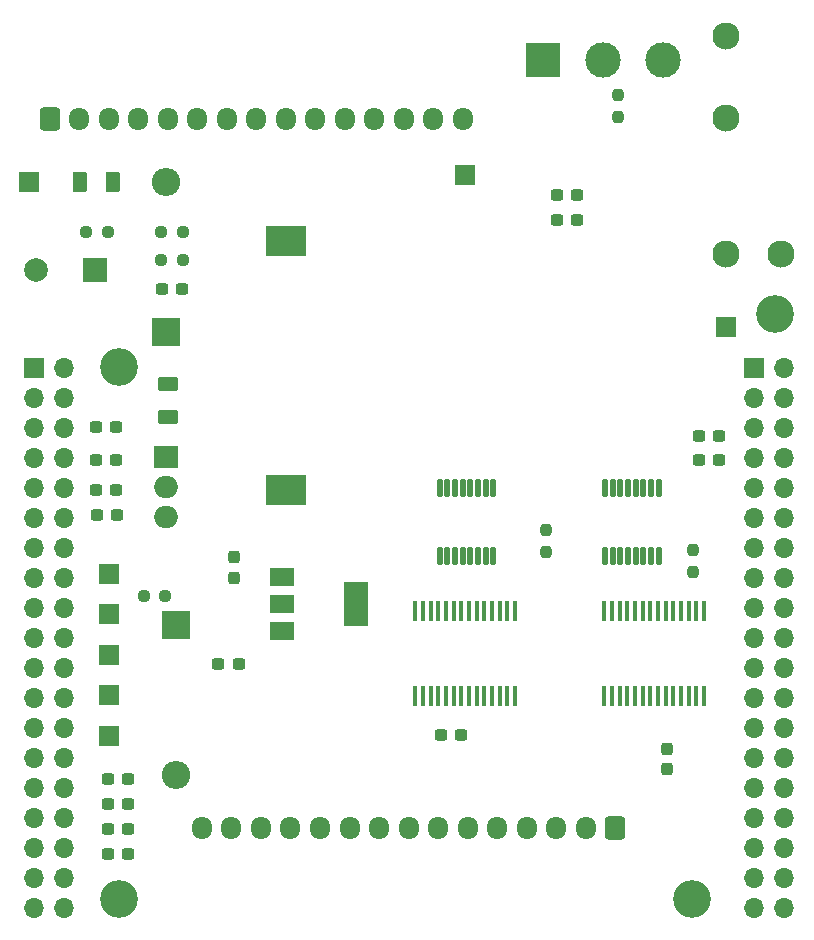
<source format=gts>
%TF.GenerationSoftware,KiCad,Pcbnew,(5.99.0-13294-g19fc8c6d98)*%
%TF.CreationDate,2021-11-25T20:45:44+01:00*%
%TF.ProjectId,easyrelay,65617379-7265-46c6-9179-2e6b69636164,rev?*%
%TF.SameCoordinates,Original*%
%TF.FileFunction,Soldermask,Top*%
%TF.FilePolarity,Negative*%
%FSLAX46Y46*%
G04 Gerber Fmt 4.6, Leading zero omitted, Abs format (unit mm)*
G04 Created by KiCad (PCBNEW (5.99.0-13294-g19fc8c6d98)) date 2021-11-25 20:45:44*
%MOMM*%
%LPD*%
G01*
G04 APERTURE LIST*
G04 Aperture macros list*
%AMRoundRect*
0 Rectangle with rounded corners*
0 $1 Rounding radius*
0 $2 $3 $4 $5 $6 $7 $8 $9 X,Y pos of 4 corners*
0 Add a 4 corners polygon primitive as box body*
4,1,4,$2,$3,$4,$5,$6,$7,$8,$9,$2,$3,0*
0 Add four circle primitives for the rounded corners*
1,1,$1+$1,$2,$3*
1,1,$1+$1,$4,$5*
1,1,$1+$1,$6,$7*
1,1,$1+$1,$8,$9*
0 Add four rect primitives between the rounded corners*
20,1,$1+$1,$2,$3,$4,$5,0*
20,1,$1+$1,$4,$5,$6,$7,0*
20,1,$1+$1,$6,$7,$8,$9,0*
20,1,$1+$1,$8,$9,$2,$3,0*%
G04 Aperture macros list end*
%ADD10R,1.700000X1.700000*%
%ADD11RoundRect,0.112500X0.112500X-0.637500X0.112500X0.637500X-0.112500X0.637500X-0.112500X-0.637500X0*%
%ADD12C,3.200000*%
%ADD13O,1.700000X1.700000*%
%ADD14R,3.500000X2.600000*%
%ADD15RoundRect,0.237500X-0.250000X-0.237500X0.250000X-0.237500X0.250000X0.237500X-0.250000X0.237500X0*%
%ADD16RoundRect,0.237500X0.300000X0.237500X-0.300000X0.237500X-0.300000X-0.237500X0.300000X-0.237500X0*%
%ADD17RoundRect,0.237500X0.237500X-0.250000X0.237500X0.250000X-0.237500X0.250000X-0.237500X-0.250000X0*%
%ADD18RoundRect,0.237500X0.237500X-0.300000X0.237500X0.300000X-0.237500X0.300000X-0.237500X-0.300000X0*%
%ADD19RoundRect,0.237500X-0.237500X0.300000X-0.237500X-0.300000X0.237500X-0.300000X0.237500X0.300000X0*%
%ADD20R,0.450000X1.750000*%
%ADD21RoundRect,0.237500X0.250000X0.237500X-0.250000X0.237500X-0.250000X-0.237500X0.250000X-0.237500X0*%
%ADD22R,2.000000X1.500000*%
%ADD23R,2.000000X3.800000*%
%ADD24R,2.400000X2.400000*%
%ADD25O,2.400000X2.400000*%
%ADD26RoundRect,0.237500X-0.300000X-0.237500X0.300000X-0.237500X0.300000X0.237500X-0.300000X0.237500X0*%
%ADD27RoundRect,0.250000X0.600000X0.725000X-0.600000X0.725000X-0.600000X-0.725000X0.600000X-0.725000X0*%
%ADD28O,1.700000X1.950000*%
%ADD29RoundRect,0.250000X-0.375000X-0.625000X0.375000X-0.625000X0.375000X0.625000X-0.375000X0.625000X0*%
%ADD30RoundRect,0.250000X-0.600000X-0.725000X0.600000X-0.725000X0.600000X0.725000X-0.600000X0.725000X0*%
%ADD31RoundRect,0.250000X-0.625000X0.375000X-0.625000X-0.375000X0.625000X-0.375000X0.625000X0.375000X0*%
%ADD32R,3.000000X3.000000*%
%ADD33C,3.000000*%
%ADD34C,2.300000*%
%ADD35R,2.000000X2.000000*%
%ADD36C,2.000000*%
%ADD37R,2.000000X1.905000*%
%ADD38O,2.000000X1.905000*%
G04 APERTURE END LIST*
D10*
%TO.C,TPGND*%
X107900000Y-60300000D03*
%TD*%
%TO.C,TP5V*%
X114652000Y-93504000D03*
%TD*%
%TO.C,TP3V3*%
X114652000Y-96933000D03*
%TD*%
%TO.C,TPRPM*%
X114652000Y-100362000D03*
%TD*%
%TO.C,TPBAT*%
X114652000Y-103791000D03*
%TD*%
%TO.C,TPACC*%
X114652000Y-107220000D03*
%TD*%
%TO.C,J3*%
X144800000Y-59722000D03*
%TD*%
%TO.C,TPCUR*%
X166900000Y-72600000D03*
%TD*%
D11*
%TO.C,U2*%
X156625000Y-91962500D03*
X157275000Y-91962500D03*
X157925000Y-91962500D03*
X158575000Y-91962500D03*
X159225000Y-91962500D03*
X159875000Y-91962500D03*
X160525000Y-91962500D03*
X161175000Y-91962500D03*
X161175000Y-86237500D03*
X160525000Y-86237500D03*
X159875000Y-86237500D03*
X159225000Y-86237500D03*
X158575000Y-86237500D03*
X157925000Y-86237500D03*
X157275000Y-86237500D03*
X156625000Y-86237500D03*
%TD*%
D12*
%TO.C,H4*%
X164000000Y-121000000D03*
%TD*%
D10*
%TO.C,J4*%
X108250000Y-76030000D03*
D13*
X110790000Y-76030000D03*
X108250000Y-78570000D03*
X110790000Y-78570000D03*
X108250000Y-81110000D03*
X110790000Y-81110000D03*
X108250000Y-83650000D03*
X110790000Y-83650000D03*
X108250000Y-86190000D03*
X110790000Y-86190000D03*
X108250000Y-88730000D03*
X110790000Y-88730000D03*
X108250000Y-91270000D03*
X110790000Y-91270000D03*
X108250000Y-93810000D03*
X110790000Y-93810000D03*
X108250000Y-96350000D03*
X110790000Y-96350000D03*
X108250000Y-98890000D03*
X110790000Y-98890000D03*
X108250000Y-101430000D03*
X110790000Y-101430000D03*
X108250000Y-103970000D03*
X110790000Y-103970000D03*
X108250000Y-106510000D03*
X110790000Y-106510000D03*
X108250000Y-109050000D03*
X110790000Y-109050000D03*
X108250000Y-111590000D03*
X110790000Y-111590000D03*
X108250000Y-114130000D03*
X110790000Y-114130000D03*
X108250000Y-116670000D03*
X110790000Y-116670000D03*
X108250000Y-119210000D03*
X110790000Y-119210000D03*
X108250000Y-121750000D03*
X110790000Y-121750000D03*
%TD*%
D14*
%TO.C,BT1*%
X129638000Y-86410000D03*
X129638000Y-65310000D03*
%TD*%
D15*
%TO.C,R2*%
X119073500Y-66961000D03*
X120898500Y-66961000D03*
%TD*%
D16*
%TO.C,C18*%
X116276500Y-115094000D03*
X114551500Y-115094000D03*
%TD*%
D17*
%TO.C,R8*%
X151650000Y-91612500D03*
X151650000Y-89787500D03*
%TD*%
D16*
%TO.C,C4*%
X125610000Y-101120000D03*
X123885000Y-101120000D03*
%TD*%
D18*
%TO.C,C5*%
X125180000Y-93822500D03*
X125180000Y-92097500D03*
%TD*%
D19*
%TO.C,C2*%
X161840000Y-108287500D03*
X161840000Y-110012500D03*
%TD*%
D20*
%TO.C,U9*%
X140575000Y-103800000D03*
X141225000Y-103800000D03*
X141875000Y-103800000D03*
X142525000Y-103800000D03*
X143175000Y-103800000D03*
X143825000Y-103800000D03*
X144475000Y-103800000D03*
X145125000Y-103800000D03*
X145775000Y-103800000D03*
X146425000Y-103800000D03*
X147075000Y-103800000D03*
X147725000Y-103800000D03*
X148375000Y-103800000D03*
X149025000Y-103800000D03*
X149025000Y-96600000D03*
X148375000Y-96600000D03*
X147725000Y-96600000D03*
X147075000Y-96600000D03*
X146425000Y-96600000D03*
X145775000Y-96600000D03*
X145125000Y-96600000D03*
X144475000Y-96600000D03*
X143825000Y-96600000D03*
X143175000Y-96600000D03*
X142525000Y-96600000D03*
X141875000Y-96600000D03*
X141225000Y-96600000D03*
X140575000Y-96600000D03*
%TD*%
D17*
%TO.C,R3*%
X164100009Y-93312489D03*
X164100009Y-91487489D03*
%TD*%
D12*
%TO.C,H3*%
X115500000Y-121000000D03*
%TD*%
D21*
%TO.C,RV2*%
X119412500Y-95410000D03*
X117587500Y-95410000D03*
%TD*%
D22*
%TO.C,U3*%
X129282000Y-93744000D03*
D23*
X135582000Y-96044000D03*
D22*
X129282000Y-96044000D03*
X129282000Y-98344000D03*
%TD*%
D12*
%TO.C,H2*%
X171000000Y-71500000D03*
%TD*%
D16*
%TO.C,C13*%
X115259834Y-86392000D03*
X113534834Y-86392000D03*
%TD*%
%TO.C,C14*%
X115332500Y-88500000D03*
X113607500Y-88500000D03*
%TD*%
D24*
%TO.C,D2*%
X120300000Y-97850000D03*
D25*
X120300000Y-110550000D03*
%TD*%
D26*
%TO.C,C10*%
X113536166Y-81058000D03*
X115261166Y-81058000D03*
%TD*%
%TO.C,C12*%
X164589500Y-81820000D03*
X166314500Y-81820000D03*
%TD*%
D27*
%TO.C,J5*%
X157500000Y-115000000D03*
D28*
X155000000Y-115000000D03*
X152500000Y-115000000D03*
X150000000Y-115000000D03*
X147500000Y-115000000D03*
X145000000Y-115000000D03*
X142500000Y-115000000D03*
X140000000Y-115000000D03*
X137500000Y-115000000D03*
X135000000Y-115000000D03*
X132500000Y-115000000D03*
X130000000Y-115000000D03*
X127500000Y-115000000D03*
X125000000Y-115000000D03*
X122500000Y-115000000D03*
%TD*%
D11*
%TO.C,U5*%
X142625000Y-91962500D03*
X143275000Y-91962500D03*
X143925000Y-91962500D03*
X144575000Y-91962500D03*
X145225000Y-91962500D03*
X145875000Y-91962500D03*
X146525000Y-91962500D03*
X147175000Y-91962500D03*
X147175000Y-86237500D03*
X146525000Y-86237500D03*
X145875000Y-86237500D03*
X145225000Y-86237500D03*
X144575000Y-86237500D03*
X143925000Y-86237500D03*
X143275000Y-86237500D03*
X142625000Y-86237500D03*
%TD*%
D16*
%TO.C,C15*%
X166314500Y-83819531D03*
X164589500Y-83819531D03*
%TD*%
D29*
%TO.C,F1*%
X112200000Y-60300000D03*
X115000000Y-60300000D03*
%TD*%
D21*
%TO.C,R1*%
X120898500Y-64548000D03*
X119073500Y-64548000D03*
%TD*%
D26*
%TO.C,C16*%
X114551500Y-110894000D03*
X116276500Y-110894000D03*
%TD*%
%TO.C,C17*%
X114551500Y-112994000D03*
X116276500Y-112994000D03*
%TD*%
D16*
%TO.C,C9*%
X154262500Y-61432000D03*
X152537500Y-61432000D03*
%TD*%
D26*
%TO.C,C8*%
X152537500Y-63532000D03*
X154262500Y-63532000D03*
%TD*%
%TO.C,C11*%
X113535500Y-83852000D03*
X115260500Y-83852000D03*
%TD*%
D10*
%TO.C,J6*%
X169210000Y-76030000D03*
D13*
X171750000Y-76030000D03*
X169210000Y-78570000D03*
X171750000Y-78570000D03*
X169210000Y-81110000D03*
X171750000Y-81110000D03*
X169210000Y-83650000D03*
X171750000Y-83650000D03*
X169210000Y-86190000D03*
X171750000Y-86190000D03*
X169210000Y-88730000D03*
X171750000Y-88730000D03*
X169210000Y-91270000D03*
X171750000Y-91270000D03*
X169210000Y-93810000D03*
X171750000Y-93810000D03*
X169210000Y-96350000D03*
X171750000Y-96350000D03*
X169210000Y-98890000D03*
X171750000Y-98890000D03*
X169210000Y-101430000D03*
X171750000Y-101430000D03*
X169210000Y-103970000D03*
X171750000Y-103970000D03*
X169210000Y-106510000D03*
X171750000Y-106510000D03*
X169210000Y-109050000D03*
X171750000Y-109050000D03*
X169210000Y-111590000D03*
X171750000Y-111590000D03*
X169210000Y-114130000D03*
X171750000Y-114130000D03*
X169210000Y-116670000D03*
X171750000Y-116670000D03*
X169210000Y-119210000D03*
X171750000Y-119210000D03*
X169210000Y-121750000D03*
X171750000Y-121750000D03*
%TD*%
D21*
%TO.C,RV1*%
X114548500Y-64548000D03*
X112723500Y-64548000D03*
%TD*%
D20*
%TO.C,U4*%
X156575000Y-103800000D03*
X157225000Y-103800000D03*
X157875000Y-103800000D03*
X158525000Y-103800000D03*
X159175000Y-103800000D03*
X159825000Y-103800000D03*
X160475000Y-103800000D03*
X161125000Y-103800000D03*
X161775000Y-103800000D03*
X162425000Y-103800000D03*
X163075000Y-103800000D03*
X163725000Y-103800000D03*
X164375000Y-103800000D03*
X165025000Y-103800000D03*
X165025000Y-96600000D03*
X164375000Y-96600000D03*
X163725000Y-96600000D03*
X163075000Y-96600000D03*
X162425000Y-96600000D03*
X161775000Y-96600000D03*
X161125000Y-96600000D03*
X160475000Y-96600000D03*
X159825000Y-96600000D03*
X159175000Y-96600000D03*
X158525000Y-96600000D03*
X157875000Y-96600000D03*
X157225000Y-96600000D03*
X156575000Y-96600000D03*
%TD*%
D26*
%TO.C,C3*%
X119123500Y-69374000D03*
X120848500Y-69374000D03*
%TD*%
D30*
%TO.C,J2*%
X109600000Y-55000000D03*
D28*
X112100000Y-55000000D03*
X114600000Y-55000000D03*
X117100000Y-55000000D03*
X119600000Y-55000000D03*
X122100000Y-55000000D03*
X124600000Y-55000000D03*
X127100000Y-55000000D03*
X129600000Y-55000000D03*
X132100000Y-55000000D03*
X134600000Y-55000000D03*
X137100000Y-55000000D03*
X139600000Y-55000000D03*
X142100000Y-55000000D03*
X144600000Y-55000000D03*
%TD*%
D26*
%TO.C,C19*%
X114551500Y-117194000D03*
X116276500Y-117194000D03*
%TD*%
D12*
%TO.C,H1*%
X115500000Y-76000000D03*
%TD*%
D31*
%TO.C,F2*%
X119600000Y-77400000D03*
X119600000Y-80200000D03*
%TD*%
D16*
%TO.C,C7*%
X144442500Y-107180000D03*
X142717500Y-107180000D03*
%TD*%
D17*
%TO.C,RV3*%
X157700000Y-54812500D03*
X157700000Y-52987500D03*
%TD*%
D32*
%TO.C,J1*%
X151387500Y-50000000D03*
D33*
X156467500Y-50000000D03*
X161547500Y-50000000D03*
%TD*%
D34*
%TO.C,K13*%
X166862500Y-66425000D03*
X166862500Y-54925000D03*
X166862500Y-47925000D03*
X171562500Y-66425000D03*
%TD*%
D35*
%TO.C,C1*%
X113467677Y-67800000D03*
D36*
X108467677Y-67800000D03*
%TD*%
D37*
%TO.C,U1*%
X119450000Y-83600000D03*
D38*
X119450000Y-86140000D03*
X119450000Y-88680000D03*
%TD*%
D24*
%TO.C,D1*%
X119478000Y-73050000D03*
D25*
X119478000Y-60350000D03*
%TD*%
M02*

</source>
